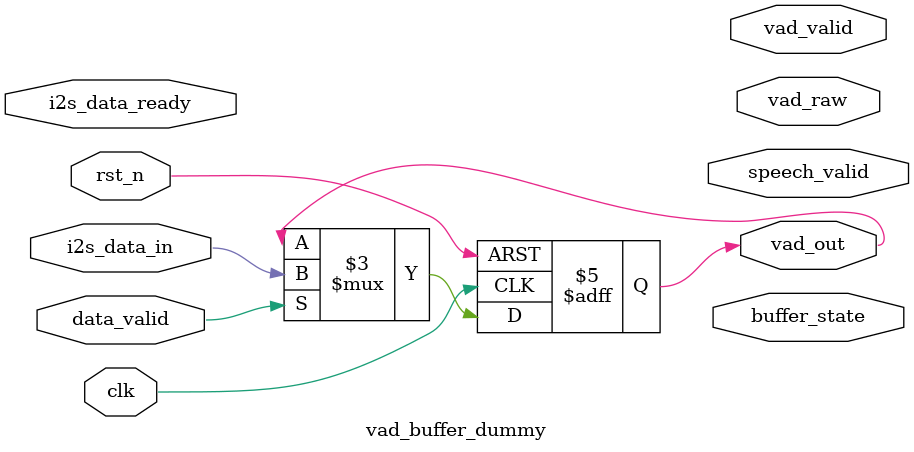
<source format=v>
module vad_buffer_dummy(
    input wire clk,
    input wire rst_n,
    input wire data_valid,
    input wire i2s_data_in,
    input wire i2s_data_ready,
    output reg vad_out,
    output reg vad_valid,
    output reg speech_valid,
    output reg vad_raw,
    output reg buffer_state);
    
    always@(posedge clk or negedge rst_n)
        if(!rst_n)begin
            vad_out<=0;
        end else begin
            if(data_valid)begin
                vad_out<= i2s_data_in;
            end
     end
endmodule

</source>
